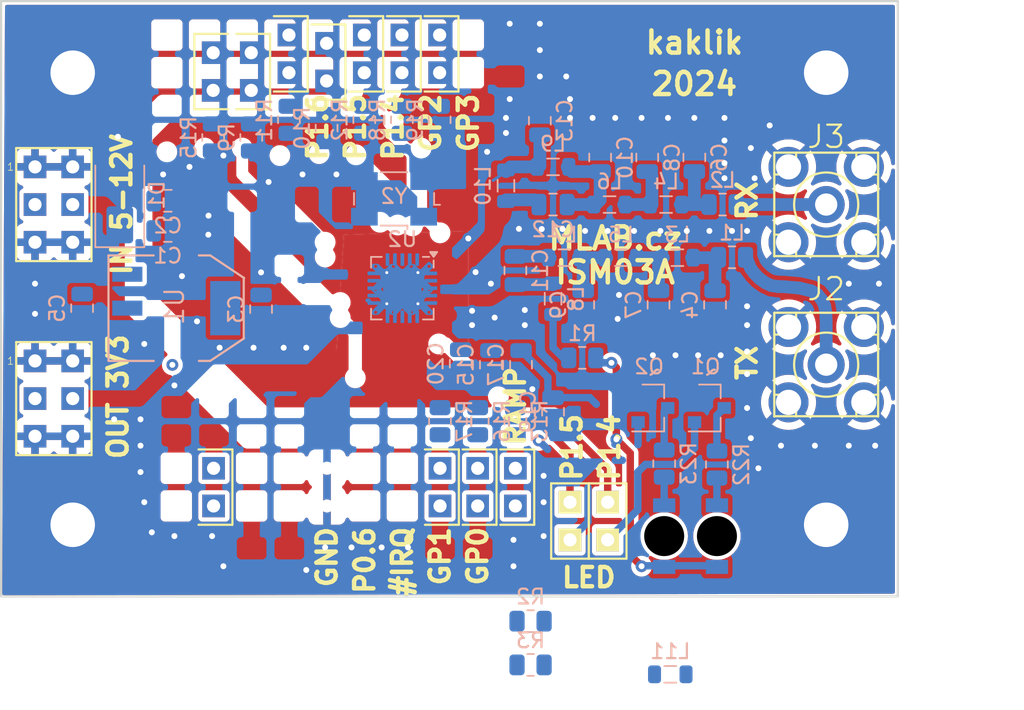
<source format=kicad_pcb>
(kicad_pcb (version 20221018) (generator pcbnew)
  (title_block (title "ISM01A") (date "%d. %m. %Y") (company "Mlab www.mlab.cz"))
  (layers (0 "F.Cu" signal) (31 "B.Cu" signal) (34 "B.Paste" user) (36 "B.SilkS" user "B.Silkscreen") (37 "F.SilkS" user "F.Silkscreen") (38 "B.Mask" user) (39 "F.Mask" user) (44 "Edge.Cuts" user))
  (net 0 "")
  (net 1 "GND")
  (net 2 "VCC")
  (net 3 "Net-(C4-Pad1)")
  (net 4 "Net-(C6-Pad1)")
  (net 5 "Net-(C7-Pad1)")
  (net 6 "Net-(C8-Pad1)")
  (net 7 "Net-(C9-Pad1)")
  (net 8 "Net-(C10-Pad1)")
  (net 9 "Net-(C11-Pad2)")
  (net 10 "Net-(C15-Pad1)")
  (net 11 "/GPIO0")
  (net 12 "/GPIO1")
  (net 13 "/GPIO2")
  (net 14 "/GPIO3")
  (net 15 "+3.3V")
  (net 16 "Net-(U2-TX)")
  (net 17 "Net-(J2-Pad1)")
  (net 18 "Net-(J3-Pad1)")
  (net 19 "Net-(U2-RXp)")
  (net 20 "Net-(U2-RXn)")
  (net 21 "Net-(D2-K)")
  (net 22 "Net-(D3-K)")
  (net 23 "/SCLK")
  (net 24 "/TXRAMP")
  (net 25 "/SDI")
  (net 26 "Net-(L8-Pad1)")
  (net 27 "Net-(J24-Pad1)")
  (net 28 "Net-(J25-Pad1)")
  (net 29 "/SDO")
  (net 30 "/nSEL")
  (net 31 "/P0.1_1")
  (net 32 "/nIRQ")
  (net 33 "Net-(Q1-B)")
  (net 34 "Net-(Q2-B)")
  (net 35 "Net-(Q1-C)")
  (net 36 "Net-(Q2-C)")
  (net 37 "Net-(U2-SCLK)")
  (net 38 "Net-(U2-SDI)")
  (net 39 "Net-(U2-~{SEL})")
  (net 40 "Net-(U2-TXRAMP)")
  (net 41 "Net-(U2-~{IRQ})")
  (net 42 "Net-(U2-GPIO0)")
  (net 43 "Net-(U2-GPIO1)")
  (net 44 "Net-(U2-GPIO2)")
  (net 45 "Net-(U2-GPIO3)")
  (net 48 "Net-(U2-XOUT)")
  (net 49 "Net-(U2-XIN)")
  (footprint "Mlab_Pin_Headers:Straight_2x01" (layer "F.Cu") (at 157.507047 115.012689 90)
    (fp_text reference "J17" hide)
    (fp_text value "HEADER_2x01_PARALLEL" hide)
  )
  (footprint "Mlab_Pin_Headers:Straight_1x02" (layer "F.Cu") (at 163.730047 117.298689 180)
    (fp_text reference "J24" hide)
    (fp_text value "HEADER_1x02" hide)
  )
  (footprint "Mlab_Pin_Headers:Straight_1x02" (layer "F.Cu") (at 161.190047 117.298689 180)
    (fp_text reference "J25" hide)
    (fp_text value "HEADER_1x02" hide)
  )
  (footprint "Mlab_Pin_Headers:Straight_2x03" (layer "F.Cu") (at 126.392047 95.962689)
    (fp_text reference "J1" hide)
    (fp_text value "JUMP_3X2" hide)
  )
  (footprint "Mlab_Pin_Headers:Straight_2x03" (layer "F.Cu") (at 126.392047 109.043689)
    (fp_text reference "J4" hide)
    (fp_text value "JUMP_3X2" hide)
  )
  (footprint "Mlab_Pin_Headers:Straight_2x01" (layer "F.Cu") (at 139.7 86.994999 90)
    (fp_text reference "J13" hide)
    (fp_text value "HEADER_2x01_PARALLEL" hide)
  )
  (footprint "Mlab_Pin_Headers:Straight_2x01" (layer "F.Cu") (at 144.78 86.36 90)
    (fp_text reference "J14" hide)
    (fp_text value "HEADER_2x01_PARALLEL" hide)
  )
  (footprint "Mlab_Pin_Headers:Straight_2x01" (layer "F.Cu") (at 137.132953 86.995 -90)
    (fp_text reference "J19" hide)
    (fp_text value "HEADER_2x01_PARALLEL" hide)
  )
  (footprint "Mlab_Pin_Headers:Straight_2x01" (layer "F.Cu") (at 154.967047 115.012689 90)
    (fp_text reference "J20" hide)
    (fp_text value "HEADER_2x01_PARALLEL" hide)
  )
  (footprint "Mlab_Pin_Headers:Straight_2x01" (layer "F.Cu") (at 152.427047 115.012689 90)
    (fp_text reference "J21" hide)
    (fp_text value "HEADER_2x01_PARALLEL" hide)
  )
  (footprint "Mlab_Mechanical:MountingHole_3mm" (layer "F.Cu") (at 127.662047 87.072689)
    (fp_text reference "M1" hide)
    (fp_text value "HOLE" hide)
  )
  (footprint "Mlab_Mechanical:MountingHole_3mm" (layer "F.Cu") (at 178.462047 117.552689)
    (fp_text reference "M2" hide)
    (fp_text value "HOLE" hide)
  )
  (footprint "Mlab_Mechanical:MountingHole_3mm" (layer "F.Cu") (at 127.662047 117.552689)
    (fp_text reference "M3" hide)
    (fp_text value "HOLE" hide)
  )
  (footprint "Mlab_Mechanical:MountingHole_3mm" (layer "F.Cu") (at 188.622047 87.072689)
    (fp_text reference "M4" hide)
    (fp_text value "HOLE" hide)
  )
  (footprint "Mlab_CON:SMA6251A13G50" (layer "F.Cu") (at 178.462047 95.962689)
    (fp_text reference "J3")
    (fp_text value "MCX" hide)
  )
  (footprint "Mlab_Pin_Headers:Straight_2x01" (layer "F.Cu") (at 137.16 115.012689 90)
    (fp_text reference "J26" hide)
    (fp_text value "HEADER_2x01_PARALLEL" hide)
  )
  (footprint "Mlab_Pin_Headers:Straight_2x01" (layer "F.Cu") (at 149.86 85.802689 90)
    (fp_text reference "J22" hide)
    (fp_text value "HEADER_2x01_PARALLEL" hide)
  )
  (footprint "Mlab_Pin_Headers:Straight_2x01" (layer "F.Cu") (at 147.32 85.802689 90)
    (fp_text reference "J16" hide)
    (fp_text value "HEADER_2x01_PARALLEL" hide)
  )
  (footprint "Mlab_Pin_Headers:Straight_2x01" (layer "F.Cu") (at 142.24 85.802689 90)
    (fp_text reference "J15" hide)
    (fp_text value "HEADER_2x01_PARALLEL" hide)
  )
  (footprint "Mlab_Pin_Headers:Straight_2x01" (layer "F.Cu") (at 152.4 85.802689 90)
    (fp_text reference "J23" hide)
    (fp_text value "HEADER_2x01_PARALLEL" hide)
  )
  (footprint "Mlab_CON:SMA6251A13G50" (layer "F.Cu") (at 178.462047 106.757689)
    (fp_text reference "J2")
    (fp_text value "MCX" hide)
  )
  (footprint "Resistor_SMD:R_0805_2012Metric" (layer "B.Cu") (at 137.132953 91.44 -90)
    (fp_text reference "R15")
    (fp_text value "33R")
  )
  (footprint "Resistor_SMD:R_0805_2012Metric" (layer "B.Cu") (at 152.427047 110.567689 90)
    (fp_text reference "R17")
    (fp_text value "33R")
  )
  (footprint "Mlab_IO:SOT-223" (layer "B.Cu") (at 134.647047 102.947689 90)
    (fp_text reference "U1")
    (fp_text value "LM1117-3V3")
  )
  (footprint "Package_TO_SOT_SMD:SOT-23" (layer "B.Cu") (at 170.588047 109.678689)
    (fp_text reference "Q1")
    (fp_text value "BC817" hide)
  )
  (footprint "Mlab_D:LED_1206" (layer "B.Cu") (at 167.540047 118.314689 90)
    (fp_text reference "D3" hide)
    (fp_text value "GREEN" hide)
  )
  (footprint "Mlab_D:LED_1206" (layer "B.Cu") (at 171.096047 118.314689 90)
    (fp_text reference "D2" hide)
    (fp_text value "RED" hide)
  )
  (footprint "Resistor_SMD:R_0805_2012Metric" (layer "B.Cu") (at 152.4 90.247689 -90)
    (fp_text reference "R19")
    (fp_text value "33R")
  )
  (footprint "Package_TO_SOT_SMD:SOT-23" (layer "B.Cu") (at 166.778047 109.678689)
    (fp_text reference "Q2")
    (fp_text value "BC817" hide)
  )
  (footprint "Capacitor_SMD:C_0805_2012Metric" (layer "B.Cu") (at 134.075547 97.740689)
    (fp_text reference "C1")
    (fp_text value "10uF")
  )
  (footprint "Capacitor_SMD:C_0805_2012Metric" (layer "B.Cu") (at 140.362047 103.011189 -90)
    (fp_text reference "C3")
    (fp_text value "10uF")
  )
  (footprint "Capacitor_SMD:C_0805_2012Metric" (layer "B.Cu") (at 128.297047 102.947689 -90)
    (fp_text reference "C5")
    (fp_text value "10uF")
  )
  (footprint "Capacitor_SMD:C_0805_2012Metric" (layer "B.Cu") (at 155.856047 106.757689 -90)
    (fp_text reference "C15")
    (fp_text value "33pF")
  )
  (footprint "Diode_SMD:D_SMA" (layer "B.Cu") (at 130.837047 95.327689 90)
    (fp_text reference "D1")
    (fp_text value "M4")
  )
  (footprint "Inductor_SMD:L_0805_2012Metric" (layer "B.Cu") (at 160.047047 102.312689 90)
    (fp_text reference "L8")
    (fp_text value "220nH")
  )
  (footprint "Resistor_SMD:R_0805_2012Metric" (layer "B.Cu") (at 162.015547 106.3 180)
    (fp_text reference "R1")
    (fp_text value "3R")
  )
  (footprint "Resistor_SMD:R_0805_2012Metric" (layer "B.Cu") (at 139.7 91.44 -90)
    (fp_text reference "R9")
    (fp_text value "33R")
  )
  (footprint "Resistor_SMD:R_0805_2012Metric" (layer "B.Cu") (at 144.78 90.805001 -90)
    (fp_text reference "R10")
    (fp_text value "33R")
  )
  (footprint "Resistor_SMD:R_0805_2012Metric" (layer "B.Cu") (at 157.507047 110.567689 90)
    (fp_text reference "R13")
    (fp_text value "33R")
  )
  (footprint "Resistor_SMD:R_0805_2012Metric" (layer "B.Cu") (at 154.967047 110.567689 90)
    (fp_text reference "R16")
    (fp_text value "33R")
  )
  (footprint "Resistor_SMD:R_0805_2012Metric" (layer "B.Cu") (at 171.096047 113.488689 90)
    (fp_text reference "R22")
    (fp_text value "150R")
  )
  (footprint "Resistor_SMD:R_0805_2012Metric" (layer "B.Cu") (at 167.540047 113.425189 90)
    (fp_text reference "R23")
    (fp_text value "150R")
  )
  (footprint "Capacitor_SMD:C_0805_2012Metric" (layer "B.Cu") (at 153.824047 106.694189 -90)
    (fp_text reference "C20")
    (fp_text value "10uF")
  )
  (footprint "Capacitor_SMD:C_0805_2012Metric" (layer "B.Cu") (at 157.888047 106.757689 -90)
    (fp_text reference "C17")
    (fp_text value "100pF")
  )
  (footprint "Capacitor_SMD:C_0805_2012Metric" (layer "B.Cu") (at 134.075547 95.708689)
    (fp_text reference "C2")
    (fp_text value "100nF")
  )
  (footprint "Resistor_SMD:R_0805_2012Metric" (layer "B.Cu") (at 149.86 90.247689 -90)
    (fp_text reference "R18")
    (fp_text value "33R")
  )
  (footprint "Resistor_SMD:R_0805_2012Metric" (layer "B.Cu") (at 142.24 90.247689 -90)
    (fp_text reference "R11")
    (fp_text value "33R")
  )
  (footprint "Resistor_SMD:R_0805_2012Metric" (layer "B.Cu") (at 147.32 90.247689 -90)
    (fp_text reference "R12")
    (fp_text value "33R")
  )
  (footprint "Crystal:Crystal_SMD_Abracon_ABM3B-4Pin_5.0x3.2mm" (layer "B.Cu") (at 149.3266 95.5802 180)
    (fp_text reference "Y2")
    (fp_text value "ABM3B-30.000MHZ-10-1-U-T" hide)
  )
  (footprint "Package_DFN_QFN:QFN-20-1EP_4x4mm_P0.5mm_EP2.6x2.6mm_ThermalVias" (layer "B.Cu") (at 149.887047 101.6 180)
    (fp_text reference "U2")
    (fp_text value "Si4463")
  )
  (footprint "Inductor_SMD:L_0805_2012Metric" (layer "B.Cu") (at 160.809047 99.544089 180)
    (fp_text reference "L7")
    (fp_text value "39nH")
  )
  (footprint "Inductor_SMD:L_0805_2012Metric" (layer "B.Cu") (at 163.857047 95.962689 180)
    (fp_text reference "L6")
    (fp_text value "18nH")
  )
  (footprint "Inductor_SMD:L_0805_2012Metric" (layer "B.Cu") (at 160.047047 93.422689 180)
    (fp_text reference "L9")
    (fp_text value "56nH")
  )
  (footprint "Inductor_SMD:L_0805_2012Metric" (layer "B.Cu") (at 164.619047 99.544089 180)
    (fp_text reference "L5")
    (fp_text value "18nH")
  )
  (footprint "Inductor_SMD:L_0805_2012Metric" (layer "B.Cu") (at 156.872047 94.692689 -90)
    (fp_text reference "L10")
    (fp_text value "56nH")
  )
  (footprint "Capacitor_SMD:C_0805_2012Metric" (layer "B.Cu") (at 167.159047 102.719089 -90)
    (fp_text reference "C7")
    (fp_text value "15pF")
  )
  (footprint "Capacitor_SMD:C_0805_2012Metric" (layer "B.Cu") (at 162.079047 102.719089 -90)
    (fp_text reference "C9")
    (fp_text value "8,2pF")
  )
  (footprint "Capacitor_SMD:C_0805_2012Metric" (layer "B.Cu") (at 159.158047 90.311189 90)
    (fp_text reference "C13")
    (fp_text value "5.1pF")
  )
  (footprint "Capacitor_SMD:C_0805_2012Metric" (layer "B.Cu") (at 163.222047 92.787689 90)
    (fp_text reference "C10")
    (fp_text value "8,2pF")
  )
  (footprint "Capacitor_SMD:C_0805_2012Metric" (layer "B.Cu") (at 157.507047 100.407689 90)
    (fp_text reference "C11")
    (fp_text value "8,2pF")
  )
  (footprint "Capacitor_SMD:C_0805_2012Metric" (layer "B.Cu") (at 170.969047 102.719089 -90)
    (fp_text reference "C4")
    (fp_text value "6.8pf")
  )
  (footprint "Capacitor_SMD:C_0805_2012Metric" (layer "B.Cu") (at 160.047047 95.962689)
    (fp_text reference "C12")
    (fp_text value "2.7pF")
  )
  (footprint "Capacitor_SMD:C_0805_2012Metric" (layer "B.Cu") (at 169.572047 92.787689 90)
    (fp_text reference "C6")
    (fp_text value "6.8pf")
  )
  (footprint "Capacitor_SMD:C_0805_2012Metric" (layer "B.Cu") (at 166.397047 92.787689 90)
    (fp_text reference "C8")
    (fp_text value "15pF")
  )
  (footprint "Inductor_SMD:L_0805_2012Metric" (layer "B.Cu") (at 168.429047 99.544089 180)
    (fp_text reference "L3")
    (fp_text value "18nH")
  )
  (footprint "Inductor_SMD:L_0805_2012Metric" (layer "B.Cu") (at 167.667047 95.962689 180)
    (fp_text reference "L4")
    (fp_text value "18nH")
  )
  (footprint "Resistor_SMD:R_0805_2012Metric" (layer "B.Cu") (at 172.112047 99.518689 180)
    (fp_text reference "L1")
    (fp_text value "0R")
  )
  (footprint "Resistor_SMD:R_0805_2012Metric" (layer "B.Cu") (at 171.477047 95.962689 180)
    (fp_text reference "L2")
    (fp_text value "0R")
  )
  (footprint "Capacitor_SMD:C_0805_2012Metric" (layer "B.Cu") (at 160.047047 109.932689 -90)
    (fp_text reference "C19")
    (fp_text value "100nF")
  )
  (footprint "Resistor_SMD:R_0805_2012Metric" (layer "B.Cu") (at 158.531376 124.05 180)
    (fp_text reference "R2")
    (fp_text value "1k")
  )
  (footprint "Resistor_SMD:R_0805_2012Metric" (layer "B.Cu") (at 158.531376 127 180)
    (fp_text reference "R3")
    (fp_text value "1k")
  )
  (footprint "Inductor_SMD:L_0805_2012Metric" (layer "B.Cu") (at 167.950476 127.635 180)
    (fp_text reference "L11")
    (fp_text value "74279204")
  )
  (gr_line (start 183.288047 122.378689) (end 183.288047 82.246689) (stroke (width 0.15)) (layer "Edge.Cuts"))
  (gr_line (start 122.836047 82.246689) (end 183.288047 82.246689) (stroke (width 0.15)) (layer "Edge.Cuts"))
  (gr_line (start 122.836047 122.378689) (end 122.836047 82.246689) (stroke (width 0.15)) (layer "Edge.Cuts"))
  (gr_line (start 122.836047 122.378689) (end 183.288047 122.378689) (stroke (width 0.15)) (layer "Edge.Cuts"))
  (gr_text "P1.6" (at 144.172047 88.342689 90) (layer "F.SilkS") (effects (font (size 1.3 1.3) (thickness 0.3)) (justify right)))
  (gr_text "P1.5" (at 146.712047 88.342689 90) (layer "F.SilkS") (effects (font (size 1.3 1.3) (thickness 0.3)) (justify right)))
  (gr_text "P1.4" (at 149.252047 88.342689 90) (layer "F.SilkS") (effects (font (size 1.3 1.3) (thickness 0.3)) (justify right)))
  (gr_text "GP2" (at 151.792047 88.342689 90) (layer "F.SilkS") (effects (font (size 1.3 1.3) (thickness 0.3)) (justify right)))
  (gr_text "GP3" (at 154.332047 88.342689 90) (layer "F.SilkS") (effects (font (size 1.3 1.3) (thickness 0.3)) (justify right)))
  (gr_text "GND" (at 144.807047 117.552689 90) (layer "F.SilkS") (effects (font (size 1.3 1.3) (thickness 0.3)) (justify right)))
  (gr_text "P0.6" (at 147.347047 117.552689 90) (layer "F.SilkS") (effects (font (size 1.3 1.3) (thickness 0.3)) (justify right)))
  (gr_text "#IRQ" (at 149.887047 117.552689 90) (layer "F.SilkS") (effects (font (size 1.3 1.3) (thickness 0.3)) (justify right)))
  (gr_text "GP1" (at 152.427047 117.552689 90) (layer "F.SilkS") (effects (font (size 1.3 1.3) (thickness 0.3)) (justify right)))
  (gr_text "RAMP" (at 157.507047 106.757689 90) (layer "F.SilkS") (effects (font (size 1.3 1.3) (thickness 0.3)) (justify right)))
  (gr_text "GP0" (at 154.967047 117.552689 90) (layer "F.SilkS") (effects (font (size 1.3 1.3) (thickness 0.3)) (justify right)))
  (gr_text "P1.4" (at 163.857047 109.932689 90) (layer "F.SilkS") (effects (font (size 1.3 1.3) (thickness 0.3)) (justify right)))
  (gr_text "P1.5" (at 161.317047 109.932689 90) (layer "F.SilkS") (effects (font (size 1.3 1.3) (thickness 0.3)) (justify right)))
  (gr_text "LED" (at 162.460047 121.108689) (layer "F.SilkS") (effects (font (size 1.3 1.3) (thickness 0.3))))
  (gr_text "IN 5-12V" (at 130.964047 95.962689 90) (layer "F.SilkS") (effects (font (size 1.3 1.3) (thickness 0.3))))
  (gr_text "OUT 3V3" (at 130.710047 108.916689 90) (layer "F.SilkS") (effects (font (size 1.3 1.3) (thickness 0.3))))
  (gr_text "RX" (at 173.128047 95.708689 90) (layer "F.SilkS") (effects (font (size 1.3 1.3) (thickness 0.3))))
  (gr_text "TX" (at 173.128047 106.630689 90) (layer "F.SilkS") (effects (font (size 1.3 1.3) (thickness 0.3))))
  (gr_text "ISM03A" (at 164.238047 100.534689) (layer "F.SilkS") (effects (font (size 1.5 1.5) (thickness 0.3))))
  (gr_text "2024" (at 169.572047 87.834689) (layer "F.SilkS") (effects (font (size 1.5 1.5) (thickness 0.3))))
  (gr_text "kaklik" (at 169.572047 85.040689) (layer "F.SilkS") (effects (font (size 1.5 1.5) (thickness 0.3))))
  (gr_text "MLAB.cz" (at 164.238047 98.248689) (layer "F.SilkS") (effects (font (size 1.5 1.5) (thickness 0.3))))
  (segment (start 159.270371 97.599013) (end 159.285047 97.613689) (width 0.5) (layer "F.Cu") (net 1))
  (segment (start 164.492047 103.582689) (end 164.403147 103.671589) (width 0.5) (layer "F.Cu") (net 1))
  (segment (start 162.079047 97.613689) (end 162.206047 97.740689) (width 0.5) (layer "F.Cu") (net 1))
  (via (at 134.520047 118.314689) (size 0.8) (drill 0.4) (layers "F.Cu" "B.Cu") (net 1))
  (via (at 132.234047 112.218689) (size 0.8) (drill 0.4) (layers "F.Cu" "B.Cu") (net 1))
  (via (at 174.652047 90.628689) (size 0.8) (drill 0.4) (layers "F.Cu" "B.Cu") (net 1))
  (via (at 173.128047 102.820689) (size 0.8) (drill 0.4) (layers "F.Cu" "B.Cu") (net 1))
  (via (at 157.380047 120.346689) (size 0.8) (drill 0.4) (layers "F.Cu" "B.Cu") (net 1))
  (via (at 162.714047 90.120689) (size 0.8) (drill 0.4) (layers "F.Cu" "B.Cu") (net 1))
  (via (at 181.764047 112.218689) (size 0.8) (drill 0.4) (layers "F.Cu" "B.Cu") (net 1))
  (via (at 158.650047 108.408689) (size 0.8) (drill 0.4) (layers "F.Cu" "B.Cu") (net 1))
  (via (at 177.700047 112.218689) (size 0.8) (drill 0.4) (layers "F.Cu" "B.Cu") (net 1))
  (via (at 159.158047 87.326689) (size 0.8) (drill 0.4) (layers "F.Cu" "B.Cu") (net 1))
  (via (at 161.190047 90.120689) (size 0.8) (drill 0.4) (layers "F.Cu" "B.Cu") (net 1))
  (via (at 167.794047 90.120689) (size 0.8) (drill 0.4) (layers "F.Cu" "B.Cu") (net 1))
  (via (at 132.996047 118.060689) (size 0.8) (drill 0.4) (layers "F.Cu" "B.Cu") (net 1))
  (via (at 143.410047 120.600689) (size 0.8) (drill 0.4) (layers "F.Cu" "B.Cu") (net 1))
  (via (at 156.872047 91.136689) (size 0.8) (drill 0.4) (layers "F.Cu" "B.Cu") (net 1))
  (via (at 159.158047 85.548689) (size 0.8) (drill 0.4) (layers "F.Cu" "B.Cu") (net 1))
  (via (at 139.854047 105.614689) (size 0.8) (drill 0.4) (layers "F.Cu" "B.Cu") (net 1))
  (via (at 155.856047 101.296689) (size 0.8) (drill 0.4) (layers "F.Cu" "B.Cu") (net 1))
  (via (at 172.112047 97.740689) (size 0.8) (drill 0.4) (layers "F.Cu" "B.Cu") (net 1))
  (via (at 154.586047 103.127689) (size 0.8) (drill 0.4) (layers "F.Cu" "B.Cu") (net 1))
  (via (at 163.730047 97.740689) (size 0.8) (drill 0.4) (layers "F.Cu" "B.Cu") (net 1))
  (via (at 136.819072 96.711664) (size 0.8) (drill 0.4) (layers "F.Cu" "B.Cu") (net 1))
  (via (at 132.488047 105.360689) (size 0.8) (drill 0.4) (layers "F.Cu" "B.Cu") (net 1))
  (via (at 173.890047 113.742689) (size 0.8) (drill 0.4) (layers "F.Cu" "B.Cu") (net 1))
  (via (at 173.636047 94.184689) (size 0.8) (drill 0.4) (layers "F.Cu" "B.Cu") (net 1))
  (via (at 140.362047 100.534689) (size 0.8) (drill 0.4) (layers "F.Cu" "B.Cu") (net 1))
  (via (at 132.488047 116.028689) (size 0.8) (drill 0.4) (layers "F.Cu" "B.Cu") (net 1))
  (via (at 173.128047 105.868689) (size 0.8) (drill 0.4) (layers "F.Cu" "B.Cu") (net 1))
  (via (at 169.826047 106.122689) (size 0.8) (drill 0.4) (layers "F.Cu" "B.Cu") (net 1))
  (via (at 169.064047 97.740689) (size 0.8) (drill 0.4) (layers "F.Cu" "B.Cu") (net 1))
  (via (at 173.382047 92.152689) (size 0.8) (drill 0.4) (layers "F.Cu" "B.Cu") (net 1))
  (via (at 143.156047 93.930689) (size 0.8) (drill 0.4) (layers "F.Cu" "B.Cu") (net 1))
  (via (at 175.414047 112.218689) (size 0.8) (drill 0.4) (layers "F.Cu" "B.Cu") (net 1))
  (via (at 173.128047 109.678689) (size 0.8) (drill 0.4) (layers "F.Cu" "B.Cu") (net 1))
  (via (at 164.403147 103.671589) (size 0.8) (drill 0.4) (layers "F.Cu" "B.Cu") (net 1))
  (via (at 159.412047 118.314689) (size 0.8) (drill 0.4) (layers "F.Cu" "B.Cu") (net 1))
  (via (at 162.206047 97.740689) (size 0.8) (drill 0.4) (layers "F.Cu" "B.Cu") (net 1))
  (via (at 136.806047 97.994689) (size 0.8) (drill 0.4) (layers "F.Cu" "B.Cu") (net 1))
  (via (at 141.886047 105.614689) (size 0.8) (drill 0.4) (layers "F.Cu" "B.Cu") (net 1))
  (via (at 130.710047 91.390689) (size 0.8) (drill 0.4) (layers "F.Cu" "B.Cu") (net 1))
  (via (at 136.044047 103.836689) (size 0.8) (drill 0.4) (layers "F.Cu" "B.Cu") (net 1))
  (via (at 165.508047 97.740689) (size 0.8) (drill 0.4) (layers "F.Cu" "B.Cu") (net 1))
  (via (at 179.986047 112.218689) (size 0.8) (drill 0.4) (layers "F.Cu" "B.Cu") (net 1))
  (via (at 154.586047 104.090689) (size 0.8) (drill 0.4) (layers "F.Cu" "B.Cu") (net 1))
  (via (at 171.604047 91.644689) (size 0.8) (drill 0.4) (layers "F.Cu" "B.Cu") (net 1))
  (via (at 168.302047 106.122689) (size 0.8) (drill 0.4) (layers "F.Cu" "B.Cu") (net 1))
  (via (at 156.110047 103.582689) (size 0.8) (drill 0.4) (layers "F.Cu" "B.Cu") (net 1))
  (via (at 154.825371 100.520013) (size 0.8) (drill 0.4) (layers "F.Cu" "B.Cu") (net 1))
  (via (at 155.602047 92.406689) (size 0.8) (drill 0.4) (layers "F.Cu" "B.Cu") (net 1))
  (via (at 156.872047 90.120689) (size 0.8) (drill 0.4) (layers "F.Cu" "B.Cu") (net 1))
  (via (at 145.442047 93.930689) (size 0.8) (drill 0.4) (layers "F.Cu" "B.Cu") (net 1))
  (via (at 171.604047 94.184689) (size 0.8) (drill 0.4) (layers "F.Cu" "B.Cu") (net 1))
  (via (at 169.572047 90.120689) (size 0.8) (drill 0.4) (layers "F.Cu" "B.Cu") (net 1))
  (via (at 137.568047 105.614689) (size 0.8) (drill 0.4) (layers "F.Cu" "B.Cu") (net 1))
  (via (at 148.490047 119.076689) (size 0.8) (drill 0.4) (layers "F.Cu" "B.Cu") (net 1))
  (via (at 166.016047 90.120689) (size 0.8) (drill 0.4) (layers "F.Cu" "B.Cu") (net 1))
  (via (at 125.122047 103.328689) (size 0.8) (drill 0.4) (layers "F.Cu" "B.Cu") (net 1))
  (via (at 157.126047 83.770689) (size 0.8) (drill 0.4) (layers "F.Cu" "B.Cu") (net 1))
  (via (at 159.285047 97.613689) (size 0.8) (drill 0.4) (layers "F.Cu" "B.Cu") (net 1))
  (via (at 132.234047 110.440689) (size 0.8) (drill 0.4) (layers "F.Cu" "B.Cu") (net 1))
  (via (at 171.604047 93.168689) (size 0.8) (drill 0.4) (layers "F.Cu" "B.Cu") (net 1))
  (via (at 135.536047 93.422689) (size 0.8) (drill 0.4) (layers "F.Cu" "B.Cu") (net 1))
  (via (at 160.936047 87.326689) (size 0.8) (drill 0.4) (layers "F.Cu" "B.Cu") (net 1))
  (via (at 166.778047 106.122689) (size 0.8) (drill 0.4) (layers "F.Cu" "B.Cu") (net 1))
  (via (at 171.604047 90.120689) (size 0.8) (drill 0.4) (layers "F.Cu" "B.Cu") (net 1))
  (via (at 159.412047 116.028689) (size 0.8) (drill 0.4) (layers "F.Cu" "B.Cu") (net 1))
  (via (at 125.122047 101.296689) (size 0.8) (drill 0.4) (layers "F.Cu" "B.Cu") (net 1))
  (via (at 173.128047 104.090689) (size 0.8) (drill 0.4) (layers "F.Cu" "B.Cu") (net 1))
  (via (at 173.128047 107.392689) (size 0.8) (drill 0.4) (layers "F.Cu" "B.Cu") (net 1))
  (via (at 170.588047 97.740689) (size 0.8) (drill 0.4) (layers "F.Cu" "B.Cu") (net 1))
  (via (at 154.332047 98.248689) (size 0.8) (drill 0.4) (layers "F.Cu" "B.Cu") (net 1))
  (via (at 158.142047 104.090689) (size 0.8) (drill 0.4) (layers "F.Cu" "B.Cu") (net 1))
  (via (at 173.382047 111.710689) (size 0.8) (drill 0.4) (layers "F.Cu" "B.Cu") (net 1))
  (via (at 164.238047 90.120689) (size 0.8) (drill 0.4) (layers "F.Cu" "B.Cu") (net 1))
  (via (at 179.986047 101.296689) (size 0.8) (drill 0.4) (layers "F.Cu" "B.Cu") (net 1))
  (via (at 140.870047 94.438689) (size 0.8) (drill 0.4) (layers "F.Cu" "B.Cu") (net 1))
  (via (at 130.456047 110.440689) (size 0.8) (drill 0.4) (layers "F.Cu" "B.Cu") (net 1))
  (via (at 182.018047 101.296689) (size 0.8) (drill 0.4) (layers "F.Cu" "B.Cu") (net 1))
  (via (at 159.158047 83.770689) (size 0.8) (drill 0.4) (layers "F.Cu" "B.Cu") (net 1))
  (via (at 132.234047 113.996689) (size 0.8) (drill 0.4) (layers "F.Cu" "B.Cu") (net 1))
  (via (at 137.822047 120.346689) (size 0.8) (drill 0.4) (layers "F.Cu" "B.Cu") (net 1))
  (via (at 144.680047 119.076689) (size 0.8) (drill 0.4) (layers "F.Cu" "B.Cu") (net 1))
  (via (at 146.458047 119.076689) (size 0.8) (drill 0.4) (layers "F.Cu" "B.Cu") (net 1))
  (via (at 150.268047 119.076689) (size 0.8) (drill 0.4) (layers "F.Cu" "B.Cu") (net 1))
  (via (at 161.190047 88.850689) (size 0.8) (drill 0.4) (layers "F.Cu" "B.Cu") (net 1))
  (via (at 171.350047 106.122689) (size 0.8) (drill 0.4) (layers "F.Cu" "B.Cu") (net 1))
  (via (at 137.060047 118.314689) (size 0.8) (drill 0.4) (layers "F.Cu" "B.Cu") (net 1))
  (via (at 158.142047 103.074689) (size 0.8) (drill 0.4) (layers "F.Cu" "B.Cu") (net 1))
  (via (at 164.492047 102.058689) (size 0.8) (drill 0.4) (layers "F.Cu" "B.Cu") (net 1))
  (via (at 134.520047 108.154689) (size 0.8) (drill 0.4) (layers "F.Cu" "B.Cu") (net 1))
  (via (at 135.028047 100.788689) (size 0.8) (drill 0.4) (layers "F.Cu" "B.Cu") (net 1))
  (via (at 167.286047 97.740689) (size 0.8) (drill 0.4) (layers "F.Cu" "B.Cu") (net 1))
  (via (at 157.126047 88.850689) (size 0.8) (drill 0.4) (layers "F.Cu" "B.Cu") (net 1))
  (via (at 143.410047 105.614689) (size 0.8) (drill 0.4) (layers "F.Cu" "B.Cu") (net 1))
  (via (at 159.412047 114.250689) (size 0.8) (drill 0.4) (layers "F.Cu" "B.Cu") (net 1))
  (via (at 173.128047 97.740689) (size 0.8) (drill 0.4) (layers "F.Cu" "B.Cu") (net 1))
  (via (at 157.746371 97.599013) (size 0.8) (drill 0.4) (layers "F.Cu" "B.Cu") (net 1))
  (via (at 160.682047 97.613689) (size 0.8) (drill 0.4) (layers "F.Cu" "B.Cu") (net 1))
  (via (at 157.380047 118.568689) (size 0.8) (drill 0.4) (layers "F.Cu" "B.Cu") (net 1))
  (via (at 133.758047 93.930689) (size 0.8) (drill 0.4) (layers "F.Cu" "B.Cu") (net 1))
  (segment (start 157.746371 97.599013) (end 157.858695 97.486689) (width 0.2) (layer "B.Cu") (net 1))
  (segment (start 157.951547 107.710189) (end 158.650047 108.408689) (width 0.5) (layer "B.Cu") (net 1))
  (segment (start 162.968047 110.774689) (end 163.732047 110.774689) (width 0.5) (layer "B.Cu") (net 1))
  (segment (start 173.382047 92.152689) (end 173.382047 91.898689) (width 0.5) (layer "B.Cu") (net 1))
  (segment (start 171.134147 99.544089) (end 171.159547 99.518689) (width 0.860506) (layer "B.Cu") (net 3))
  (segment (start 170.969047 99.709189) (end 171.159547 99.518689) (width 0.860506) (layer "B.Cu") (net 3))
  (segment (start 170.969047 101.766589) (end 170.969047 99.709189) (width 0.860506) (layer "B.Cu") (net 3))
  (segment (start 169.381547 99.544089) (end 171.134147 99.544089) (width 0.860506) (layer "B.Cu") (net 3))
  (segment (start 169.572047 93.740189) (end 169.572047 95.962689) (width 0.860506) (layer "B.Cu") (net 4))
  (segment (start 169.572047 95.962689) (end 168.619547 95.962689) (width 0.860506) (layer "B.Cu") (net 4))
  (segment (start 170.524547 95.962689) (end 169.572047 95.962689) (width 0.860506) (layer "B.Cu") (net 4))
  (segment (start 167.159047 101.766589) (end 167.159047 99.861589) (width 0.860506) (layer "B.Cu") (net 5))
  (segment (start 165.571547 99.544089) (end 167.476547 99.544089) (width 0.860506) (layer "B.Cu") (net 5))
  (segment (start 167.159047 99.861589) (end 167.476547 99.544089) (width 0.860506) (layer "B.Cu") (net 5))
  (segment (start 166.714547 95.962689) (end 166.714547 94.057689) (width 0.860506) (layer "B.Cu") (net 6))
  (segment (start 166.714547 94.057689) (end 166.397047 93.740189) (width 0.860506) (layer "B.Cu") (net 6))
  (segment (start 164.809547 95.962689) (end 166.714547 95.962689) (width 0.860506) (layer "B.Cu") (net 6))
  (segment (start 162.079047 101.766589) (end 162.079047 99.861589) (width 0.860506) (layer "B.Cu") (net 7))
  (segment (start 161.761547 99.544089) (end 163.666547 99.544089) (width 0.860506) (layer "B.Cu") (net 7))
  (segment (start 162.079047 99.861589) (end 161.761547 99.544089) (width 0.860506) (layer "B.Cu") (net 7))
  (segment (start 163.222047 93.740189) (end 163.222047 95.645189) (width 0.860506) (layer "B.Cu") (net 8))
  (segment (start 163.222047 93.740189) (end 161.317047 93.740189) (width 0.860506) (layer "B.Cu") (net 8))
  (segment (start 163.222047 95.645189) (end 162.904547 95.962689) (width 0.860506) (layer "B.Cu") (net 8))
  (segment (start 162.904547 95.962689) (end 160.999547 95.962689) (width 0.860506) (layer "B.Cu") (net 8))
  (segment (start 161.317047 93.740189) (end 160.999547 93.422689) (width 0.860506) (layer "B.Cu") (net 8))
  (segment (start 157.507047 99.455189) (end 159.767647 99.455189) (width 0.860506) (layer "B.Cu") (net 9))
  (segment (start 159.767647 99.455189) (end 159.856547 99.544089) (width 0.860506) (layer "B.Cu") (net 9))
  (segment (start 162.523547 108.980189) (end 162.968047 109.424689) (width 0.5) (layer "B.Cu") (net 10))
  (segment (start 159.7 107.617142) (end 157.888047 105.805189) (width 0.5) (layer "B.Cu") (net 10))
  (segment (start 159.7 108.633142) (end 159.7 107.617142) (width 0.5) (layer "B.Cu") (net 10))
  (segment (start 160.047047 108.980189) (end 162.523547 108.980189) (width 0.5) (layer "B.Cu") (net 10))
  (segment (start 163.730047 116.028689) (end 163.730047 113.830047) (width 0.5) (layer "F.Cu") (net 13))
  (segment (start 163.730047 113.830047) (end 160.086689 110.186689) (width 0.5) (layer "F.Cu") (net 13))
  (segment (start 161.190047 112.718174) (end 159.420562 110.948689) (width 0.5) (layer "F.Cu") (net 14))
  (segment (start 161.190047 116.028689) (end 161.190047 112.718174) (width 0.5) (layer "F.Cu") (net 14))
  (segment (start 165.254047 112.726715) (end 164.715992 112.18866) (width 0.5) (layer "F.Cu") (net 15))
  (segment (start 164.315993 111.788661) (end 164.315993 106.962625) (width 0.5) (layer "F.Cu") (net 15))
  (segment (start 166.016047 120.346689) (end 165.254047 119.584689) (width 0.5) (layer "F.Cu") (net 15))
  (segment (start 164.715992 112.18866) (end 164.315993 111.788661) (width 0.5) (layer "F.Cu") (net 15))
  (segment (start 165.254047 119.584689) (end 165.254047 112.726715) (width 0.5) (layer "F.Cu") (net 15))
  (segment (start 164.315993 106.962625) (end 163.984057 106.630689) (width 0.5) (layer "F.Cu") (net 15))
  (via (at 166.016047 120.346689) (size 0.8) (drill 0.4) (layers "F.Cu" "B.Cu") (net 15))
  (via (at 159.080218 111.866347) (size 0.8) (drill 0.4) (layers "F.Cu" "B.Cu") (net 15))
  (via (at 163.984057 106.630689) (size 0.8) (drill 0.4) (layers "F.Cu" "B.Cu") (net 15))
  (via (at 164.315993 111.788661) (size 0.8) (drill 0.4) (layers "F.Cu" "B.Cu") (net 15))
  (via (at 134.381279 106.769457) (size 0.8) (drill 0.4) (layers "F.Cu" "B.Cu") (net 15))
  (segment (start 166.048047 120.314689) (end 166.016047 120.346689) (width 0.5) (layer "B.Cu") (net 15))
  (segment (start 164.315993 112.026743) (end 164.315993 111.788661) (width 0.5) (layer "B.Cu") (net 15))
  (segment (start 167.540047 120.314689) (end 171.096047 120.314689) (width 0.5) (layer "B.Cu") (net 15))
  (segment (start 167.540047 120.314689) (end 166.048047 120.314689) (width 0.5) (layer "B.Cu") (net 15))
  (segment (start 164.218047 112.124689) (end 164.315993 112.026743) (width 0.5) (layer "B.Cu") (net 15))
  (segment (start 162.968047 106.630689) (end 163.984057 106.630689) (width 0.5) (layer "B.Cu") (net 15))
  (segment (start 159.68656 112.472689) (end 159.080218 111.866347) (width 0.5) (layer "B.Cu") (net 15))
  (segment (start 157.253047 101.360189) (end 157.507047 101.360189) (width 0.2) (layer "B.Cu") (net 16))
  (segment (start 160.047047 101.360189) (end 157.507047 101.360189) (width 0.860506) (layer "B.Cu") (net 16))
  (segment (start 173.369347 100.265449) (end 173.064547 99.518689) (width 0.860506) (layer "B.Cu") (net 17))
  (segment (start 178.436647 103.244869) (end 178.362987 102.802909) (width 0.860506) (layer "B.Cu") (net 17))
  (segment (start 174.763807 101.426229) (end 175.198147 101.487189) (width 0.860506) (layer "B.Cu") (net 17))
  (segment (start 174.357407 101.235729) (end 174.763807 101.426229) (width 0.860506) (layer "B.Cu") (net 17))
  (segment (start 178.436647 103.244869) (end 178.462047 103.892569) (width 0.860506) (layer "B.Cu") (net 17))
  (segment (start 177.451127 101.781829) (end 176.661187 101.593869) (width 0.860506) (layer "B.Cu") (net 17))
  (segment (start 175.198147 101.487189) (end 175.635027 101.502429) (width 0.860506) (layer "B.Cu") (net 17))
  (segment (start 178.362987 102.802909) (end 178.177567 102.396509) (width 0.860506) (layer "B.Cu") (net 17))
  (segment (start 173.630967 100.615969) (end 173.369347 100.265449) (width 0.860506) (layer "B.Cu") (net 17))
  (segment (start 178.462047 106.757689) (end 178.462047 103.892569) (width 0.860506) (layer "B.Cu") (net 17))
  (segment (start 173.961167 100.953789) (end 173.630967 100.615969) (width 0.860506) (layer "B.Cu") (net 17))
  (segment (start 177.875307 102.030749) (end 177.451127 101.781829) (width 0.860506) (layer "B.Cu") (net 17))
  (segment (start 175.635027 101.502429) (end 176.661187 101.593869) (width 0.860506) (layer "B.Cu") (net 17))
  (segment (start 178.177567 102.396509) (end 177.875307 102.030749) (width 0.860506) (layer "B.Cu") (net 17))
  (segment (start 174.357407 101.235729) (end 173.961167 100.953789) (width 0.860506) (layer "B.Cu") (net 17))
  (segment (start 172.429547 95.962689) (end 174.334547 95.962689) (width 0.860506) (layer "B.Cu") (net 18))
  (segment (start 178.462047 95.962689) (end 174.334547 95.962689) (width 0.860506) (layer "B.Cu") (net 18))
  (segment (start 158.142047 93.422689) (end 157.189547 93.422689) (width 0.860506) (layer "B.Cu") (net 19))
  (segment (start 159.158047 93.359189) (end 159.094547 93.422689) (width 0.860506) (layer "B.Cu") (net 19))
  (segment (start 156.005907 94.339629) (end 156.872047 93.740189) (width 0.2) (layer "B.Cu") (net 19))
  (segment (start 157.189547 93.422689) (end 156.872047 93.740189) (width 0.860506) (layer "B.Cu") (net 19))
  (segment (start 156.618047 93.740189) (end 156.872047 93.740189) (width 0.2) (layer "B.Cu") (net 19))
  (segment (start 159.158047 91.263689) (end 159.158047 93.359189) (width 0.860506) (layer "B.Cu") (net 19))
  (segment (start 159.094547 93.422689) (end 158.142047 93.422689) (width 0.860506) (layer "B.Cu") (net 19))
  (segment (start 158.777047 95.645189) (end 159.094547 95.962689) (width 0.860506) (layer "B.Cu") (net 20))
  (segment (start 156.872047 95.645189) (end 158.777047 95.645189) (width 0.860506) (layer "B.Cu") (net 20))
  (segment (start 171.096047 114.441189) (end 171.096047 116.314689) (width 0.5) (layer "B.Cu") (net 21))
  (segment (start 167.540047 114.377689) (end 167.540047 116.314689) (width 0.5) (layer "B.Cu") (net 22))
  (segment (start 160.047047 105.614689) (end 161.063047 106.630689) (width 0.5) (layer "B.Cu") (net 26))
  (segment (start 160.047047 103.265189) (end 160.047047 105.614689) (width 0.5) (layer "B.Cu") (net 26))
  (segment (start 162.402048 115.038372) (end 162.402048 117.356688) (width 0.5) (layer "B.Cu") (net 28))
  (segment (start 162.402048 117.356688) (end 161.190047 118.568689) (width 0.5) (layer "B.Cu") (net 28))
  (segment (start 166.275548 113.483188) (end 165.762047 113.996689) (width 0.5) (layer "B.Cu") (net 33))
  (segment (start 169.588047 112.377691) (end 168.48255 113.483188) (width 0.5) (layer "B.Cu") (net 33))
  (segment (start 168.48255 113.483188) (end 166.275548 113.483188) (width 0.5) (layer "B.Cu") (net 33))
  (segment (start 165.762047 113.996689) (end 165.762047 116.536689) (width 0.5) (layer "B.Cu") (net 33))
  (segment (start 169.588047 110.628689) (end 169.588047 112.377691) (width 0.5) (layer "B.Cu") (net 33))
  (segment (start 165.762047 116.536689) (end 163.730047 118.568689) (width 0.5) (layer "B.Cu") (net 33))
  (segment (start 165.778047 110.628689) (end 165.778047 112.150298) (width 0.5) (layer "B.Cu") (net 34))
  (segment (start 164.724009 113.204336) (end 164.236084 113.204336) (width 0.5) (layer "B.Cu") (net 34))
  (segment (start 171.096047 112.536189) (end 171.096047 110.170689) (width 0.5) (layer "B.Cu") (net 35))
  (segment (start 171.096047 110.170689) (end 171.588047 109.678689) (width 0.5) (layer "B.Cu") (net 35))
  (segment (start 167.540047 109.916689) (end 167.778047 109.678689) (width 0.5) (layer "B.Cu") (net 36))
  (segment (start 167.540047 112.472689) (end 167.540047 109.916689) (width 0.5) (layer "B.Cu") (net 36))
  (via (at 137.822047 92.660689) (size 0.8) (drill 0.4) (layers "F.Cu" "B.Cu") (net 41))
  (zone (net 1) (net_name "GND") (layer "F.Cu") (priority 1) (connect_pads yes (clearance 0.3)) (min_thickness 0.254) (fill yes (thermal_gap 0.508) (thermal_bridge_width 0.508))
    (polygon (pts (xy 154.332047 105.868689) (xy 145.442047 105.868689) (xy 145.950047 97.994689) (xy 154.332047 97.740689)))
  )
  (zone (net 1) (net_name "GND") (layers "F&B.Cu") (connect_pads thru_hole_only (clearance 0.3)) (min_thickness 0.254) (fill yes (thermal_gap 0.508) (thermal_bridge_width 0.508))
    (polygon (pts (xy 123.1 82.5) (xy 183.1 82.5) (xy 183.1 122.2) (xy 122.9 122.3)))
  )
)
</source>
